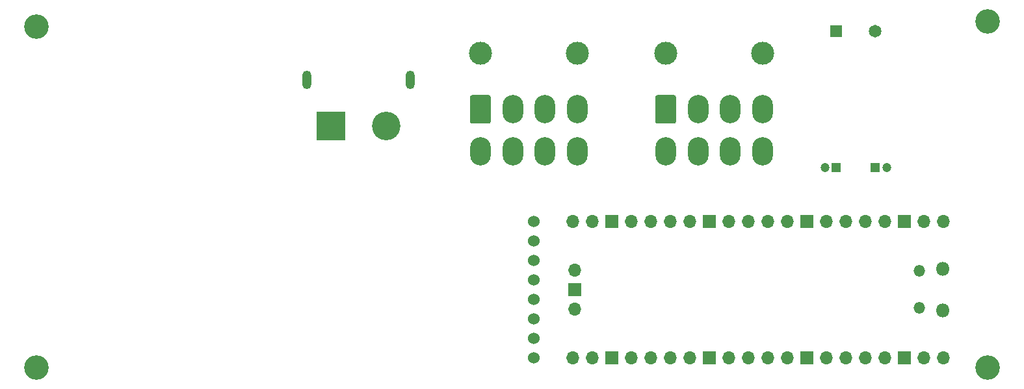
<source format=gbr>
G04 #@! TF.GenerationSoftware,KiCad,Pcbnew,(5.1.10-1-10_14)*
G04 #@! TF.CreationDate,2021-11-10T20:03:13-05:00*
G04 #@! TF.ProjectId,ISAAC_V2,49534141-435f-4563-922e-6b696361645f,rev?*
G04 #@! TF.SameCoordinates,Original*
G04 #@! TF.FileFunction,Soldermask,Bot*
G04 #@! TF.FilePolarity,Negative*
%FSLAX46Y46*%
G04 Gerber Fmt 4.6, Leading zero omitted, Abs format (unit mm)*
G04 Created by KiCad (PCBNEW (5.1.10-1-10_14)) date 2021-11-10 20:03:13*
%MOMM*%
%LPD*%
G01*
G04 APERTURE LIST*
%ADD10C,1.200000*%
%ADD11R,1.200000X1.200000*%
%ADD12C,3.200000*%
%ADD13C,3.000000*%
%ADD14O,2.700000X3.700000*%
%ADD15R,1.650000X1.650000*%
%ADD16C,1.650000*%
%ADD17R,3.716000X3.716000*%
%ADD18C,3.716000*%
%ADD19O,1.200000X2.400000*%
%ADD20C,1.524000*%
%ADD21O,1.700000X1.700000*%
%ADD22R,1.700000X1.700000*%
%ADD23O,1.800000X1.800000*%
%ADD24O,1.500000X1.500000*%
G04 APERTURE END LIST*
D10*
X214400000Y-95250000D03*
D11*
X215900000Y-95250000D03*
X220980000Y-95250000D03*
D10*
X222480000Y-95250000D03*
D12*
X235585000Y-76200000D03*
X235585000Y-121285000D03*
X111760000Y-76835000D03*
X111760000Y-121285000D03*
D13*
X206275000Y-80330000D03*
X193675000Y-80330000D03*
D14*
X206275000Y-93130000D03*
X202075000Y-93130000D03*
X197875000Y-93130000D03*
X193675000Y-93130000D03*
X206275000Y-87630000D03*
X202075000Y-87630000D03*
X197875000Y-87630000D03*
G36*
G01*
X192325000Y-89229999D02*
X192325000Y-86030001D01*
G75*
G02*
X192575001Y-85780000I250001J0D01*
G01*
X194774999Y-85780000D01*
G75*
G02*
X195025000Y-86030001I0J-250001D01*
G01*
X195025000Y-89229999D01*
G75*
G02*
X194774999Y-89480000I-250001J0D01*
G01*
X192575001Y-89480000D01*
G75*
G02*
X192325000Y-89229999I0J250001D01*
G01*
G37*
G36*
G01*
X168195000Y-89229999D02*
X168195000Y-86030001D01*
G75*
G02*
X168445001Y-85780000I250001J0D01*
G01*
X170644999Y-85780000D01*
G75*
G02*
X170895000Y-86030001I0J-250001D01*
G01*
X170895000Y-89229999D01*
G75*
G02*
X170644999Y-89480000I-250001J0D01*
G01*
X168445001Y-89480000D01*
G75*
G02*
X168195000Y-89229999I0J250001D01*
G01*
G37*
X173745000Y-87630000D03*
X177945000Y-87630000D03*
X182145000Y-87630000D03*
X169545000Y-93130000D03*
X173745000Y-93130000D03*
X177945000Y-93130000D03*
X182145000Y-93130000D03*
D13*
X169545000Y-80330000D03*
X182145000Y-80330000D03*
D15*
X215900000Y-77470000D03*
D16*
X220980000Y-77470000D03*
D17*
X150070000Y-89820000D03*
D18*
X157270000Y-89820000D03*
D19*
X146920000Y-83820000D03*
X160420000Y-83820000D03*
D20*
X176530000Y-120015000D03*
X176530000Y-117475000D03*
X176530000Y-114935000D03*
X176530000Y-112395000D03*
X176530000Y-109855000D03*
X176530000Y-107315000D03*
X176530000Y-104775000D03*
X176530000Y-102235000D03*
D21*
X229870000Y-102235000D03*
X227330000Y-102235000D03*
D22*
X224790000Y-102235000D03*
D21*
X222250000Y-102235000D03*
X219710000Y-102235000D03*
X217170000Y-102235000D03*
X214630000Y-102235000D03*
D22*
X212090000Y-102235000D03*
D21*
X209550000Y-102235000D03*
X207010000Y-102235000D03*
X204470000Y-102235000D03*
X201930000Y-102235000D03*
D22*
X199390000Y-102235000D03*
D21*
X196850000Y-102235000D03*
X194310000Y-102235000D03*
X191770000Y-102235000D03*
X189230000Y-102235000D03*
D22*
X186690000Y-102235000D03*
D21*
X184150000Y-102235000D03*
X181610000Y-102235000D03*
X181610000Y-120015000D03*
X184150000Y-120015000D03*
D22*
X186690000Y-120015000D03*
D21*
X189230000Y-120015000D03*
X191770000Y-120015000D03*
X194310000Y-120015000D03*
X196850000Y-120015000D03*
D22*
X199390000Y-120015000D03*
D21*
X201930000Y-120015000D03*
X204470000Y-120015000D03*
X207010000Y-120015000D03*
X209550000Y-120015000D03*
D22*
X212090000Y-120015000D03*
D21*
X214630000Y-120015000D03*
X217170000Y-120015000D03*
X219710000Y-120015000D03*
X222250000Y-120015000D03*
D22*
X224790000Y-120015000D03*
D21*
X227330000Y-120015000D03*
X229870000Y-120015000D03*
D23*
X229740000Y-108400000D03*
X229740000Y-113850000D03*
D24*
X226710000Y-108700000D03*
X226710000Y-113550000D03*
D21*
X181840000Y-108585000D03*
D22*
X181840000Y-111125000D03*
D21*
X181840000Y-113665000D03*
M02*

</source>
